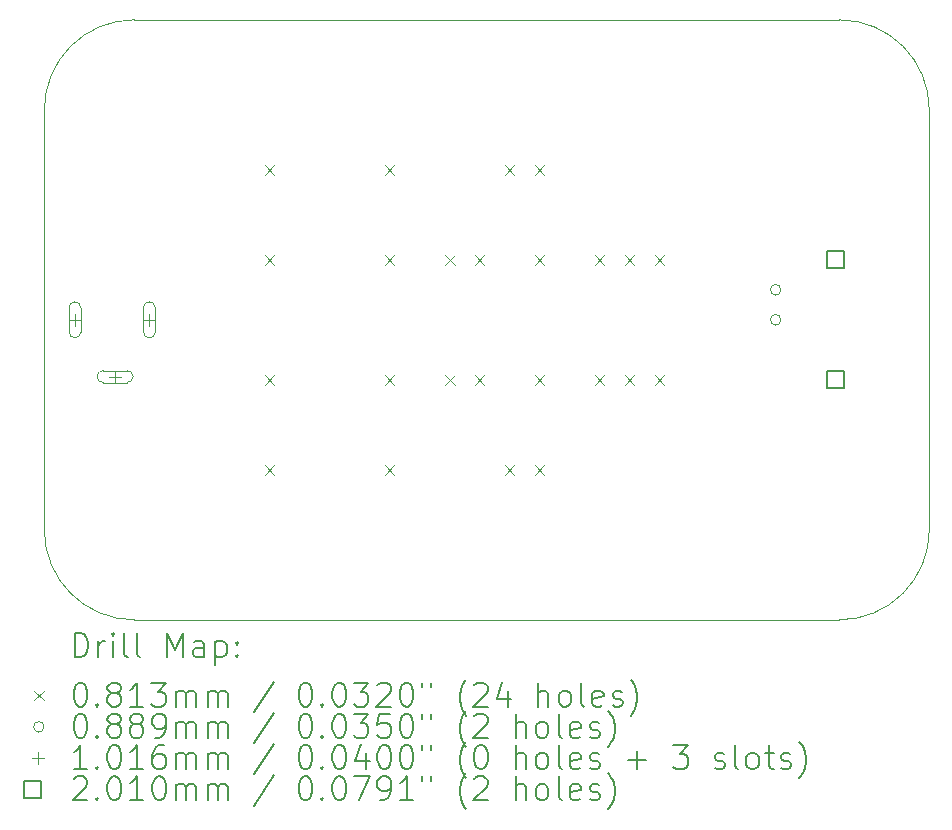
<source format=gbr>
%TF.GenerationSoftware,KiCad,Pcbnew,9.0.6*%
%TF.CreationDate,2026-02-11T14:43:18-08:00*%
%TF.ProjectId,7L_LED_Flasher,374c5f4c-4544-45f4-966c-61736865722e,rev?*%
%TF.SameCoordinates,Original*%
%TF.FileFunction,Drillmap*%
%TF.FilePolarity,Positive*%
%FSLAX45Y45*%
G04 Gerber Fmt 4.5, Leading zero omitted, Abs format (unit mm)*
G04 Created by KiCad (PCBNEW 9.0.6) date 2026-02-11 14:43:18*
%MOMM*%
%LPD*%
G01*
G04 APERTURE LIST*
%ADD10C,0.050000*%
%ADD11C,0.200000*%
%ADD12C,0.100000*%
%ADD13C,0.101600*%
%ADD14C,0.201000*%
G04 APERTURE END LIST*
D10*
X4953000Y-6858000D02*
X4953000Y-3302000D01*
X5715000Y-7620000D02*
G75*
G02*
X4953000Y-6858000I0J762000D01*
G01*
X5715000Y-2540000D02*
X11684000Y-2540000D01*
X11684000Y-7620000D02*
X5715000Y-7620000D01*
X12446000Y-6858000D02*
G75*
G02*
X11684000Y-7620000I-762000J0D01*
G01*
X12446000Y-3302000D02*
X12446000Y-6858000D01*
X11684000Y-2540000D02*
G75*
G02*
X12446000Y-3302000I0J-762000D01*
G01*
X4953000Y-3302000D02*
G75*
G02*
X5715000Y-2540000I762000J0D01*
G01*
D11*
D12*
X6817360Y-3769360D02*
X6898640Y-3850640D01*
X6898640Y-3769360D02*
X6817360Y-3850640D01*
X6817360Y-4531360D02*
X6898640Y-4612640D01*
X6898640Y-4531360D02*
X6817360Y-4612640D01*
X6817360Y-5547360D02*
X6898640Y-5628640D01*
X6898640Y-5547360D02*
X6817360Y-5628640D01*
X6817360Y-6309360D02*
X6898640Y-6390640D01*
X6898640Y-6309360D02*
X6817360Y-6390640D01*
X7833360Y-3769360D02*
X7914640Y-3850640D01*
X7914640Y-3769360D02*
X7833360Y-3850640D01*
X7833360Y-4531360D02*
X7914640Y-4612640D01*
X7914640Y-4531360D02*
X7833360Y-4612640D01*
X7833360Y-5547360D02*
X7914640Y-5628640D01*
X7914640Y-5547360D02*
X7833360Y-5628640D01*
X7833360Y-6309360D02*
X7914640Y-6390640D01*
X7914640Y-6309360D02*
X7833360Y-6390640D01*
X8345360Y-4535360D02*
X8426640Y-4616640D01*
X8426640Y-4535360D02*
X8345360Y-4616640D01*
X8345360Y-5547360D02*
X8426640Y-5628640D01*
X8426640Y-5547360D02*
X8345360Y-5628640D01*
X8595360Y-4535360D02*
X8676640Y-4616640D01*
X8676640Y-4535360D02*
X8595360Y-4616640D01*
X8595360Y-5547360D02*
X8676640Y-5628640D01*
X8676640Y-5547360D02*
X8595360Y-5628640D01*
X8849360Y-3769360D02*
X8930640Y-3850640D01*
X8930640Y-3769360D02*
X8849360Y-3850640D01*
X8849360Y-6309360D02*
X8930640Y-6390640D01*
X8930640Y-6309360D02*
X8849360Y-6390640D01*
X9103360Y-3769360D02*
X9184640Y-3850640D01*
X9184640Y-3769360D02*
X9103360Y-3850640D01*
X9103360Y-4531360D02*
X9184640Y-4612640D01*
X9184640Y-4531360D02*
X9103360Y-4612640D01*
X9103360Y-5547360D02*
X9184640Y-5628640D01*
X9184640Y-5547360D02*
X9103360Y-5628640D01*
X9103360Y-6309360D02*
X9184640Y-6390640D01*
X9184640Y-6309360D02*
X9103360Y-6390640D01*
X9611360Y-4531360D02*
X9692640Y-4612640D01*
X9692640Y-4531360D02*
X9611360Y-4612640D01*
X9611360Y-5547360D02*
X9692640Y-5628640D01*
X9692640Y-5547360D02*
X9611360Y-5628640D01*
X9865360Y-4531360D02*
X9946640Y-4612640D01*
X9946640Y-4531360D02*
X9865360Y-4612640D01*
X9865360Y-5547360D02*
X9946640Y-5628640D01*
X9946640Y-5547360D02*
X9865360Y-5628640D01*
X10119360Y-4531360D02*
X10200640Y-4612640D01*
X10200640Y-4531360D02*
X10119360Y-4612640D01*
X10119360Y-5547360D02*
X10200640Y-5628640D01*
X10200640Y-5547360D02*
X10119360Y-5628640D01*
X11189450Y-4826000D02*
G75*
G02*
X11100550Y-4826000I-44450J0D01*
G01*
X11100550Y-4826000D02*
G75*
G02*
X11189450Y-4826000I44450J0D01*
G01*
X11189450Y-5080000D02*
G75*
G02*
X11100550Y-5080000I-44450J0D01*
G01*
X11100550Y-5080000D02*
G75*
G02*
X11189450Y-5080000I44450J0D01*
G01*
D13*
X5212000Y-5029200D02*
X5212000Y-5130800D01*
X5161200Y-5080000D02*
X5262800Y-5080000D01*
D12*
X5161200Y-4978400D02*
X5161200Y-5181600D01*
X5262800Y-5181600D02*
G75*
G02*
X5161200Y-5181600I-50800J0D01*
G01*
X5262800Y-5181600D02*
X5262800Y-4978400D01*
X5262800Y-4978400D02*
G75*
G03*
X5161200Y-4978400I-50800J0D01*
G01*
D13*
X5552000Y-5509200D02*
X5552000Y-5610800D01*
X5501200Y-5560000D02*
X5602800Y-5560000D01*
D12*
X5653600Y-5509200D02*
X5450400Y-5509200D01*
X5450400Y-5610800D02*
G75*
G02*
X5450400Y-5509200I0J50800D01*
G01*
X5450400Y-5610800D02*
X5653600Y-5610800D01*
X5653600Y-5610800D02*
G75*
G03*
X5653600Y-5509200I0J50800D01*
G01*
D13*
X5842000Y-5029200D02*
X5842000Y-5130800D01*
X5791200Y-5080000D02*
X5892800Y-5080000D01*
D12*
X5791200Y-4978400D02*
X5791200Y-5181600D01*
X5892800Y-5181600D02*
G75*
G02*
X5791200Y-5181600I-50800J0D01*
G01*
X5892800Y-5181600D02*
X5892800Y-4978400D01*
X5892800Y-4978400D02*
G75*
G03*
X5791200Y-4978400I-50800J0D01*
G01*
D14*
X11724065Y-4643065D02*
X11724065Y-4500935D01*
X11581935Y-4500935D01*
X11581935Y-4643065D01*
X11724065Y-4643065D01*
X11724065Y-5659065D02*
X11724065Y-5516935D01*
X11581935Y-5516935D01*
X11581935Y-5659065D01*
X11724065Y-5659065D01*
D11*
X5211277Y-7933984D02*
X5211277Y-7733984D01*
X5211277Y-7733984D02*
X5258896Y-7733984D01*
X5258896Y-7733984D02*
X5287467Y-7743508D01*
X5287467Y-7743508D02*
X5306515Y-7762555D01*
X5306515Y-7762555D02*
X5316039Y-7781603D01*
X5316039Y-7781603D02*
X5325563Y-7819698D01*
X5325563Y-7819698D02*
X5325563Y-7848269D01*
X5325563Y-7848269D02*
X5316039Y-7886365D01*
X5316039Y-7886365D02*
X5306515Y-7905412D01*
X5306515Y-7905412D02*
X5287467Y-7924460D01*
X5287467Y-7924460D02*
X5258896Y-7933984D01*
X5258896Y-7933984D02*
X5211277Y-7933984D01*
X5411277Y-7933984D02*
X5411277Y-7800650D01*
X5411277Y-7838746D02*
X5420801Y-7819698D01*
X5420801Y-7819698D02*
X5430324Y-7810174D01*
X5430324Y-7810174D02*
X5449372Y-7800650D01*
X5449372Y-7800650D02*
X5468420Y-7800650D01*
X5535086Y-7933984D02*
X5535086Y-7800650D01*
X5535086Y-7733984D02*
X5525563Y-7743508D01*
X5525563Y-7743508D02*
X5535086Y-7753031D01*
X5535086Y-7753031D02*
X5544610Y-7743508D01*
X5544610Y-7743508D02*
X5535086Y-7733984D01*
X5535086Y-7733984D02*
X5535086Y-7753031D01*
X5658896Y-7933984D02*
X5639848Y-7924460D01*
X5639848Y-7924460D02*
X5630324Y-7905412D01*
X5630324Y-7905412D02*
X5630324Y-7733984D01*
X5763658Y-7933984D02*
X5744610Y-7924460D01*
X5744610Y-7924460D02*
X5735086Y-7905412D01*
X5735086Y-7905412D02*
X5735086Y-7733984D01*
X5992229Y-7933984D02*
X5992229Y-7733984D01*
X5992229Y-7733984D02*
X6058896Y-7876841D01*
X6058896Y-7876841D02*
X6125562Y-7733984D01*
X6125562Y-7733984D02*
X6125562Y-7933984D01*
X6306515Y-7933984D02*
X6306515Y-7829222D01*
X6306515Y-7829222D02*
X6296991Y-7810174D01*
X6296991Y-7810174D02*
X6277943Y-7800650D01*
X6277943Y-7800650D02*
X6239848Y-7800650D01*
X6239848Y-7800650D02*
X6220801Y-7810174D01*
X6306515Y-7924460D02*
X6287467Y-7933984D01*
X6287467Y-7933984D02*
X6239848Y-7933984D01*
X6239848Y-7933984D02*
X6220801Y-7924460D01*
X6220801Y-7924460D02*
X6211277Y-7905412D01*
X6211277Y-7905412D02*
X6211277Y-7886365D01*
X6211277Y-7886365D02*
X6220801Y-7867317D01*
X6220801Y-7867317D02*
X6239848Y-7857793D01*
X6239848Y-7857793D02*
X6287467Y-7857793D01*
X6287467Y-7857793D02*
X6306515Y-7848269D01*
X6401753Y-7800650D02*
X6401753Y-8000650D01*
X6401753Y-7810174D02*
X6420801Y-7800650D01*
X6420801Y-7800650D02*
X6458896Y-7800650D01*
X6458896Y-7800650D02*
X6477943Y-7810174D01*
X6477943Y-7810174D02*
X6487467Y-7819698D01*
X6487467Y-7819698D02*
X6496991Y-7838746D01*
X6496991Y-7838746D02*
X6496991Y-7895888D01*
X6496991Y-7895888D02*
X6487467Y-7914936D01*
X6487467Y-7914936D02*
X6477943Y-7924460D01*
X6477943Y-7924460D02*
X6458896Y-7933984D01*
X6458896Y-7933984D02*
X6420801Y-7933984D01*
X6420801Y-7933984D02*
X6401753Y-7924460D01*
X6582705Y-7914936D02*
X6592229Y-7924460D01*
X6592229Y-7924460D02*
X6582705Y-7933984D01*
X6582705Y-7933984D02*
X6573182Y-7924460D01*
X6573182Y-7924460D02*
X6582705Y-7914936D01*
X6582705Y-7914936D02*
X6582705Y-7933984D01*
X6582705Y-7810174D02*
X6592229Y-7819698D01*
X6592229Y-7819698D02*
X6582705Y-7829222D01*
X6582705Y-7829222D02*
X6573182Y-7819698D01*
X6573182Y-7819698D02*
X6582705Y-7810174D01*
X6582705Y-7810174D02*
X6582705Y-7829222D01*
D12*
X4869220Y-8221860D02*
X4950500Y-8303140D01*
X4950500Y-8221860D02*
X4869220Y-8303140D01*
D11*
X5249372Y-8153984D02*
X5268420Y-8153984D01*
X5268420Y-8153984D02*
X5287467Y-8163508D01*
X5287467Y-8163508D02*
X5296991Y-8173031D01*
X5296991Y-8173031D02*
X5306515Y-8192079D01*
X5306515Y-8192079D02*
X5316039Y-8230174D01*
X5316039Y-8230174D02*
X5316039Y-8277793D01*
X5316039Y-8277793D02*
X5306515Y-8315888D01*
X5306515Y-8315888D02*
X5296991Y-8334936D01*
X5296991Y-8334936D02*
X5287467Y-8344460D01*
X5287467Y-8344460D02*
X5268420Y-8353984D01*
X5268420Y-8353984D02*
X5249372Y-8353984D01*
X5249372Y-8353984D02*
X5230324Y-8344460D01*
X5230324Y-8344460D02*
X5220801Y-8334936D01*
X5220801Y-8334936D02*
X5211277Y-8315888D01*
X5211277Y-8315888D02*
X5201753Y-8277793D01*
X5201753Y-8277793D02*
X5201753Y-8230174D01*
X5201753Y-8230174D02*
X5211277Y-8192079D01*
X5211277Y-8192079D02*
X5220801Y-8173031D01*
X5220801Y-8173031D02*
X5230324Y-8163508D01*
X5230324Y-8163508D02*
X5249372Y-8153984D01*
X5401753Y-8334936D02*
X5411277Y-8344460D01*
X5411277Y-8344460D02*
X5401753Y-8353984D01*
X5401753Y-8353984D02*
X5392229Y-8344460D01*
X5392229Y-8344460D02*
X5401753Y-8334936D01*
X5401753Y-8334936D02*
X5401753Y-8353984D01*
X5525563Y-8239698D02*
X5506515Y-8230174D01*
X5506515Y-8230174D02*
X5496991Y-8220650D01*
X5496991Y-8220650D02*
X5487467Y-8201603D01*
X5487467Y-8201603D02*
X5487467Y-8192079D01*
X5487467Y-8192079D02*
X5496991Y-8173031D01*
X5496991Y-8173031D02*
X5506515Y-8163508D01*
X5506515Y-8163508D02*
X5525563Y-8153984D01*
X5525563Y-8153984D02*
X5563658Y-8153984D01*
X5563658Y-8153984D02*
X5582705Y-8163508D01*
X5582705Y-8163508D02*
X5592229Y-8173031D01*
X5592229Y-8173031D02*
X5601753Y-8192079D01*
X5601753Y-8192079D02*
X5601753Y-8201603D01*
X5601753Y-8201603D02*
X5592229Y-8220650D01*
X5592229Y-8220650D02*
X5582705Y-8230174D01*
X5582705Y-8230174D02*
X5563658Y-8239698D01*
X5563658Y-8239698D02*
X5525563Y-8239698D01*
X5525563Y-8239698D02*
X5506515Y-8249222D01*
X5506515Y-8249222D02*
X5496991Y-8258746D01*
X5496991Y-8258746D02*
X5487467Y-8277793D01*
X5487467Y-8277793D02*
X5487467Y-8315888D01*
X5487467Y-8315888D02*
X5496991Y-8334936D01*
X5496991Y-8334936D02*
X5506515Y-8344460D01*
X5506515Y-8344460D02*
X5525563Y-8353984D01*
X5525563Y-8353984D02*
X5563658Y-8353984D01*
X5563658Y-8353984D02*
X5582705Y-8344460D01*
X5582705Y-8344460D02*
X5592229Y-8334936D01*
X5592229Y-8334936D02*
X5601753Y-8315888D01*
X5601753Y-8315888D02*
X5601753Y-8277793D01*
X5601753Y-8277793D02*
X5592229Y-8258746D01*
X5592229Y-8258746D02*
X5582705Y-8249222D01*
X5582705Y-8249222D02*
X5563658Y-8239698D01*
X5792229Y-8353984D02*
X5677943Y-8353984D01*
X5735086Y-8353984D02*
X5735086Y-8153984D01*
X5735086Y-8153984D02*
X5716039Y-8182555D01*
X5716039Y-8182555D02*
X5696991Y-8201603D01*
X5696991Y-8201603D02*
X5677943Y-8211127D01*
X5858896Y-8153984D02*
X5982705Y-8153984D01*
X5982705Y-8153984D02*
X5916039Y-8230174D01*
X5916039Y-8230174D02*
X5944610Y-8230174D01*
X5944610Y-8230174D02*
X5963658Y-8239698D01*
X5963658Y-8239698D02*
X5973182Y-8249222D01*
X5973182Y-8249222D02*
X5982705Y-8268269D01*
X5982705Y-8268269D02*
X5982705Y-8315888D01*
X5982705Y-8315888D02*
X5973182Y-8334936D01*
X5973182Y-8334936D02*
X5963658Y-8344460D01*
X5963658Y-8344460D02*
X5944610Y-8353984D01*
X5944610Y-8353984D02*
X5887467Y-8353984D01*
X5887467Y-8353984D02*
X5868420Y-8344460D01*
X5868420Y-8344460D02*
X5858896Y-8334936D01*
X6068420Y-8353984D02*
X6068420Y-8220650D01*
X6068420Y-8239698D02*
X6077943Y-8230174D01*
X6077943Y-8230174D02*
X6096991Y-8220650D01*
X6096991Y-8220650D02*
X6125563Y-8220650D01*
X6125563Y-8220650D02*
X6144610Y-8230174D01*
X6144610Y-8230174D02*
X6154134Y-8249222D01*
X6154134Y-8249222D02*
X6154134Y-8353984D01*
X6154134Y-8249222D02*
X6163658Y-8230174D01*
X6163658Y-8230174D02*
X6182705Y-8220650D01*
X6182705Y-8220650D02*
X6211277Y-8220650D01*
X6211277Y-8220650D02*
X6230324Y-8230174D01*
X6230324Y-8230174D02*
X6239848Y-8249222D01*
X6239848Y-8249222D02*
X6239848Y-8353984D01*
X6335086Y-8353984D02*
X6335086Y-8220650D01*
X6335086Y-8239698D02*
X6344610Y-8230174D01*
X6344610Y-8230174D02*
X6363658Y-8220650D01*
X6363658Y-8220650D02*
X6392229Y-8220650D01*
X6392229Y-8220650D02*
X6411277Y-8230174D01*
X6411277Y-8230174D02*
X6420801Y-8249222D01*
X6420801Y-8249222D02*
X6420801Y-8353984D01*
X6420801Y-8249222D02*
X6430324Y-8230174D01*
X6430324Y-8230174D02*
X6449372Y-8220650D01*
X6449372Y-8220650D02*
X6477943Y-8220650D01*
X6477943Y-8220650D02*
X6496991Y-8230174D01*
X6496991Y-8230174D02*
X6506515Y-8249222D01*
X6506515Y-8249222D02*
X6506515Y-8353984D01*
X6896991Y-8144460D02*
X6725563Y-8401603D01*
X7154134Y-8153984D02*
X7173182Y-8153984D01*
X7173182Y-8153984D02*
X7192229Y-8163508D01*
X7192229Y-8163508D02*
X7201753Y-8173031D01*
X7201753Y-8173031D02*
X7211277Y-8192079D01*
X7211277Y-8192079D02*
X7220801Y-8230174D01*
X7220801Y-8230174D02*
X7220801Y-8277793D01*
X7220801Y-8277793D02*
X7211277Y-8315888D01*
X7211277Y-8315888D02*
X7201753Y-8334936D01*
X7201753Y-8334936D02*
X7192229Y-8344460D01*
X7192229Y-8344460D02*
X7173182Y-8353984D01*
X7173182Y-8353984D02*
X7154134Y-8353984D01*
X7154134Y-8353984D02*
X7135086Y-8344460D01*
X7135086Y-8344460D02*
X7125563Y-8334936D01*
X7125563Y-8334936D02*
X7116039Y-8315888D01*
X7116039Y-8315888D02*
X7106515Y-8277793D01*
X7106515Y-8277793D02*
X7106515Y-8230174D01*
X7106515Y-8230174D02*
X7116039Y-8192079D01*
X7116039Y-8192079D02*
X7125563Y-8173031D01*
X7125563Y-8173031D02*
X7135086Y-8163508D01*
X7135086Y-8163508D02*
X7154134Y-8153984D01*
X7306515Y-8334936D02*
X7316039Y-8344460D01*
X7316039Y-8344460D02*
X7306515Y-8353984D01*
X7306515Y-8353984D02*
X7296991Y-8344460D01*
X7296991Y-8344460D02*
X7306515Y-8334936D01*
X7306515Y-8334936D02*
X7306515Y-8353984D01*
X7439848Y-8153984D02*
X7458896Y-8153984D01*
X7458896Y-8153984D02*
X7477944Y-8163508D01*
X7477944Y-8163508D02*
X7487467Y-8173031D01*
X7487467Y-8173031D02*
X7496991Y-8192079D01*
X7496991Y-8192079D02*
X7506515Y-8230174D01*
X7506515Y-8230174D02*
X7506515Y-8277793D01*
X7506515Y-8277793D02*
X7496991Y-8315888D01*
X7496991Y-8315888D02*
X7487467Y-8334936D01*
X7487467Y-8334936D02*
X7477944Y-8344460D01*
X7477944Y-8344460D02*
X7458896Y-8353984D01*
X7458896Y-8353984D02*
X7439848Y-8353984D01*
X7439848Y-8353984D02*
X7420801Y-8344460D01*
X7420801Y-8344460D02*
X7411277Y-8334936D01*
X7411277Y-8334936D02*
X7401753Y-8315888D01*
X7401753Y-8315888D02*
X7392229Y-8277793D01*
X7392229Y-8277793D02*
X7392229Y-8230174D01*
X7392229Y-8230174D02*
X7401753Y-8192079D01*
X7401753Y-8192079D02*
X7411277Y-8173031D01*
X7411277Y-8173031D02*
X7420801Y-8163508D01*
X7420801Y-8163508D02*
X7439848Y-8153984D01*
X7573182Y-8153984D02*
X7696991Y-8153984D01*
X7696991Y-8153984D02*
X7630325Y-8230174D01*
X7630325Y-8230174D02*
X7658896Y-8230174D01*
X7658896Y-8230174D02*
X7677944Y-8239698D01*
X7677944Y-8239698D02*
X7687467Y-8249222D01*
X7687467Y-8249222D02*
X7696991Y-8268269D01*
X7696991Y-8268269D02*
X7696991Y-8315888D01*
X7696991Y-8315888D02*
X7687467Y-8334936D01*
X7687467Y-8334936D02*
X7677944Y-8344460D01*
X7677944Y-8344460D02*
X7658896Y-8353984D01*
X7658896Y-8353984D02*
X7601753Y-8353984D01*
X7601753Y-8353984D02*
X7582706Y-8344460D01*
X7582706Y-8344460D02*
X7573182Y-8334936D01*
X7773182Y-8173031D02*
X7782706Y-8163508D01*
X7782706Y-8163508D02*
X7801753Y-8153984D01*
X7801753Y-8153984D02*
X7849372Y-8153984D01*
X7849372Y-8153984D02*
X7868420Y-8163508D01*
X7868420Y-8163508D02*
X7877944Y-8173031D01*
X7877944Y-8173031D02*
X7887467Y-8192079D01*
X7887467Y-8192079D02*
X7887467Y-8211127D01*
X7887467Y-8211127D02*
X7877944Y-8239698D01*
X7877944Y-8239698D02*
X7763658Y-8353984D01*
X7763658Y-8353984D02*
X7887467Y-8353984D01*
X8011277Y-8153984D02*
X8030325Y-8153984D01*
X8030325Y-8153984D02*
X8049372Y-8163508D01*
X8049372Y-8163508D02*
X8058896Y-8173031D01*
X8058896Y-8173031D02*
X8068420Y-8192079D01*
X8068420Y-8192079D02*
X8077944Y-8230174D01*
X8077944Y-8230174D02*
X8077944Y-8277793D01*
X8077944Y-8277793D02*
X8068420Y-8315888D01*
X8068420Y-8315888D02*
X8058896Y-8334936D01*
X8058896Y-8334936D02*
X8049372Y-8344460D01*
X8049372Y-8344460D02*
X8030325Y-8353984D01*
X8030325Y-8353984D02*
X8011277Y-8353984D01*
X8011277Y-8353984D02*
X7992229Y-8344460D01*
X7992229Y-8344460D02*
X7982706Y-8334936D01*
X7982706Y-8334936D02*
X7973182Y-8315888D01*
X7973182Y-8315888D02*
X7963658Y-8277793D01*
X7963658Y-8277793D02*
X7963658Y-8230174D01*
X7963658Y-8230174D02*
X7973182Y-8192079D01*
X7973182Y-8192079D02*
X7982706Y-8173031D01*
X7982706Y-8173031D02*
X7992229Y-8163508D01*
X7992229Y-8163508D02*
X8011277Y-8153984D01*
X8154134Y-8153984D02*
X8154134Y-8192079D01*
X8230325Y-8153984D02*
X8230325Y-8192079D01*
X8525563Y-8430174D02*
X8516039Y-8420650D01*
X8516039Y-8420650D02*
X8496991Y-8392079D01*
X8496991Y-8392079D02*
X8487468Y-8373031D01*
X8487468Y-8373031D02*
X8477944Y-8344460D01*
X8477944Y-8344460D02*
X8468420Y-8296841D01*
X8468420Y-8296841D02*
X8468420Y-8258746D01*
X8468420Y-8258746D02*
X8477944Y-8211127D01*
X8477944Y-8211127D02*
X8487468Y-8182555D01*
X8487468Y-8182555D02*
X8496991Y-8163508D01*
X8496991Y-8163508D02*
X8516039Y-8134936D01*
X8516039Y-8134936D02*
X8525563Y-8125412D01*
X8592230Y-8173031D02*
X8601753Y-8163508D01*
X8601753Y-8163508D02*
X8620801Y-8153984D01*
X8620801Y-8153984D02*
X8668420Y-8153984D01*
X8668420Y-8153984D02*
X8687468Y-8163508D01*
X8687468Y-8163508D02*
X8696991Y-8173031D01*
X8696991Y-8173031D02*
X8706515Y-8192079D01*
X8706515Y-8192079D02*
X8706515Y-8211127D01*
X8706515Y-8211127D02*
X8696991Y-8239698D01*
X8696991Y-8239698D02*
X8582706Y-8353984D01*
X8582706Y-8353984D02*
X8706515Y-8353984D01*
X8877944Y-8220650D02*
X8877944Y-8353984D01*
X8830325Y-8144460D02*
X8782706Y-8287317D01*
X8782706Y-8287317D02*
X8906515Y-8287317D01*
X9135087Y-8353984D02*
X9135087Y-8153984D01*
X9220801Y-8353984D02*
X9220801Y-8249222D01*
X9220801Y-8249222D02*
X9211277Y-8230174D01*
X9211277Y-8230174D02*
X9192230Y-8220650D01*
X9192230Y-8220650D02*
X9163658Y-8220650D01*
X9163658Y-8220650D02*
X9144611Y-8230174D01*
X9144611Y-8230174D02*
X9135087Y-8239698D01*
X9344611Y-8353984D02*
X9325563Y-8344460D01*
X9325563Y-8344460D02*
X9316039Y-8334936D01*
X9316039Y-8334936D02*
X9306515Y-8315888D01*
X9306515Y-8315888D02*
X9306515Y-8258746D01*
X9306515Y-8258746D02*
X9316039Y-8239698D01*
X9316039Y-8239698D02*
X9325563Y-8230174D01*
X9325563Y-8230174D02*
X9344611Y-8220650D01*
X9344611Y-8220650D02*
X9373182Y-8220650D01*
X9373182Y-8220650D02*
X9392230Y-8230174D01*
X9392230Y-8230174D02*
X9401753Y-8239698D01*
X9401753Y-8239698D02*
X9411277Y-8258746D01*
X9411277Y-8258746D02*
X9411277Y-8315888D01*
X9411277Y-8315888D02*
X9401753Y-8334936D01*
X9401753Y-8334936D02*
X9392230Y-8344460D01*
X9392230Y-8344460D02*
X9373182Y-8353984D01*
X9373182Y-8353984D02*
X9344611Y-8353984D01*
X9525563Y-8353984D02*
X9506515Y-8344460D01*
X9506515Y-8344460D02*
X9496992Y-8325412D01*
X9496992Y-8325412D02*
X9496992Y-8153984D01*
X9677944Y-8344460D02*
X9658896Y-8353984D01*
X9658896Y-8353984D02*
X9620801Y-8353984D01*
X9620801Y-8353984D02*
X9601753Y-8344460D01*
X9601753Y-8344460D02*
X9592230Y-8325412D01*
X9592230Y-8325412D02*
X9592230Y-8249222D01*
X9592230Y-8249222D02*
X9601753Y-8230174D01*
X9601753Y-8230174D02*
X9620801Y-8220650D01*
X9620801Y-8220650D02*
X9658896Y-8220650D01*
X9658896Y-8220650D02*
X9677944Y-8230174D01*
X9677944Y-8230174D02*
X9687468Y-8249222D01*
X9687468Y-8249222D02*
X9687468Y-8268269D01*
X9687468Y-8268269D02*
X9592230Y-8287317D01*
X9763658Y-8344460D02*
X9782706Y-8353984D01*
X9782706Y-8353984D02*
X9820801Y-8353984D01*
X9820801Y-8353984D02*
X9839849Y-8344460D01*
X9839849Y-8344460D02*
X9849373Y-8325412D01*
X9849373Y-8325412D02*
X9849373Y-8315888D01*
X9849373Y-8315888D02*
X9839849Y-8296841D01*
X9839849Y-8296841D02*
X9820801Y-8287317D01*
X9820801Y-8287317D02*
X9792230Y-8287317D01*
X9792230Y-8287317D02*
X9773182Y-8277793D01*
X9773182Y-8277793D02*
X9763658Y-8258746D01*
X9763658Y-8258746D02*
X9763658Y-8249222D01*
X9763658Y-8249222D02*
X9773182Y-8230174D01*
X9773182Y-8230174D02*
X9792230Y-8220650D01*
X9792230Y-8220650D02*
X9820801Y-8220650D01*
X9820801Y-8220650D02*
X9839849Y-8230174D01*
X9916039Y-8430174D02*
X9925563Y-8420650D01*
X9925563Y-8420650D02*
X9944611Y-8392079D01*
X9944611Y-8392079D02*
X9954134Y-8373031D01*
X9954134Y-8373031D02*
X9963658Y-8344460D01*
X9963658Y-8344460D02*
X9973182Y-8296841D01*
X9973182Y-8296841D02*
X9973182Y-8258746D01*
X9973182Y-8258746D02*
X9963658Y-8211127D01*
X9963658Y-8211127D02*
X9954134Y-8182555D01*
X9954134Y-8182555D02*
X9944611Y-8163508D01*
X9944611Y-8163508D02*
X9925563Y-8134936D01*
X9925563Y-8134936D02*
X9916039Y-8125412D01*
D12*
X4950500Y-8526500D02*
G75*
G02*
X4861600Y-8526500I-44450J0D01*
G01*
X4861600Y-8526500D02*
G75*
G02*
X4950500Y-8526500I44450J0D01*
G01*
D11*
X5249372Y-8417984D02*
X5268420Y-8417984D01*
X5268420Y-8417984D02*
X5287467Y-8427508D01*
X5287467Y-8427508D02*
X5296991Y-8437031D01*
X5296991Y-8437031D02*
X5306515Y-8456079D01*
X5306515Y-8456079D02*
X5316039Y-8494174D01*
X5316039Y-8494174D02*
X5316039Y-8541793D01*
X5316039Y-8541793D02*
X5306515Y-8579889D01*
X5306515Y-8579889D02*
X5296991Y-8598936D01*
X5296991Y-8598936D02*
X5287467Y-8608460D01*
X5287467Y-8608460D02*
X5268420Y-8617984D01*
X5268420Y-8617984D02*
X5249372Y-8617984D01*
X5249372Y-8617984D02*
X5230324Y-8608460D01*
X5230324Y-8608460D02*
X5220801Y-8598936D01*
X5220801Y-8598936D02*
X5211277Y-8579889D01*
X5211277Y-8579889D02*
X5201753Y-8541793D01*
X5201753Y-8541793D02*
X5201753Y-8494174D01*
X5201753Y-8494174D02*
X5211277Y-8456079D01*
X5211277Y-8456079D02*
X5220801Y-8437031D01*
X5220801Y-8437031D02*
X5230324Y-8427508D01*
X5230324Y-8427508D02*
X5249372Y-8417984D01*
X5401753Y-8598936D02*
X5411277Y-8608460D01*
X5411277Y-8608460D02*
X5401753Y-8617984D01*
X5401753Y-8617984D02*
X5392229Y-8608460D01*
X5392229Y-8608460D02*
X5401753Y-8598936D01*
X5401753Y-8598936D02*
X5401753Y-8617984D01*
X5525563Y-8503698D02*
X5506515Y-8494174D01*
X5506515Y-8494174D02*
X5496991Y-8484650D01*
X5496991Y-8484650D02*
X5487467Y-8465603D01*
X5487467Y-8465603D02*
X5487467Y-8456079D01*
X5487467Y-8456079D02*
X5496991Y-8437031D01*
X5496991Y-8437031D02*
X5506515Y-8427508D01*
X5506515Y-8427508D02*
X5525563Y-8417984D01*
X5525563Y-8417984D02*
X5563658Y-8417984D01*
X5563658Y-8417984D02*
X5582705Y-8427508D01*
X5582705Y-8427508D02*
X5592229Y-8437031D01*
X5592229Y-8437031D02*
X5601753Y-8456079D01*
X5601753Y-8456079D02*
X5601753Y-8465603D01*
X5601753Y-8465603D02*
X5592229Y-8484650D01*
X5592229Y-8484650D02*
X5582705Y-8494174D01*
X5582705Y-8494174D02*
X5563658Y-8503698D01*
X5563658Y-8503698D02*
X5525563Y-8503698D01*
X5525563Y-8503698D02*
X5506515Y-8513222D01*
X5506515Y-8513222D02*
X5496991Y-8522746D01*
X5496991Y-8522746D02*
X5487467Y-8541793D01*
X5487467Y-8541793D02*
X5487467Y-8579889D01*
X5487467Y-8579889D02*
X5496991Y-8598936D01*
X5496991Y-8598936D02*
X5506515Y-8608460D01*
X5506515Y-8608460D02*
X5525563Y-8617984D01*
X5525563Y-8617984D02*
X5563658Y-8617984D01*
X5563658Y-8617984D02*
X5582705Y-8608460D01*
X5582705Y-8608460D02*
X5592229Y-8598936D01*
X5592229Y-8598936D02*
X5601753Y-8579889D01*
X5601753Y-8579889D02*
X5601753Y-8541793D01*
X5601753Y-8541793D02*
X5592229Y-8522746D01*
X5592229Y-8522746D02*
X5582705Y-8513222D01*
X5582705Y-8513222D02*
X5563658Y-8503698D01*
X5716039Y-8503698D02*
X5696991Y-8494174D01*
X5696991Y-8494174D02*
X5687467Y-8484650D01*
X5687467Y-8484650D02*
X5677943Y-8465603D01*
X5677943Y-8465603D02*
X5677943Y-8456079D01*
X5677943Y-8456079D02*
X5687467Y-8437031D01*
X5687467Y-8437031D02*
X5696991Y-8427508D01*
X5696991Y-8427508D02*
X5716039Y-8417984D01*
X5716039Y-8417984D02*
X5754134Y-8417984D01*
X5754134Y-8417984D02*
X5773182Y-8427508D01*
X5773182Y-8427508D02*
X5782705Y-8437031D01*
X5782705Y-8437031D02*
X5792229Y-8456079D01*
X5792229Y-8456079D02*
X5792229Y-8465603D01*
X5792229Y-8465603D02*
X5782705Y-8484650D01*
X5782705Y-8484650D02*
X5773182Y-8494174D01*
X5773182Y-8494174D02*
X5754134Y-8503698D01*
X5754134Y-8503698D02*
X5716039Y-8503698D01*
X5716039Y-8503698D02*
X5696991Y-8513222D01*
X5696991Y-8513222D02*
X5687467Y-8522746D01*
X5687467Y-8522746D02*
X5677943Y-8541793D01*
X5677943Y-8541793D02*
X5677943Y-8579889D01*
X5677943Y-8579889D02*
X5687467Y-8598936D01*
X5687467Y-8598936D02*
X5696991Y-8608460D01*
X5696991Y-8608460D02*
X5716039Y-8617984D01*
X5716039Y-8617984D02*
X5754134Y-8617984D01*
X5754134Y-8617984D02*
X5773182Y-8608460D01*
X5773182Y-8608460D02*
X5782705Y-8598936D01*
X5782705Y-8598936D02*
X5792229Y-8579889D01*
X5792229Y-8579889D02*
X5792229Y-8541793D01*
X5792229Y-8541793D02*
X5782705Y-8522746D01*
X5782705Y-8522746D02*
X5773182Y-8513222D01*
X5773182Y-8513222D02*
X5754134Y-8503698D01*
X5887467Y-8617984D02*
X5925562Y-8617984D01*
X5925562Y-8617984D02*
X5944610Y-8608460D01*
X5944610Y-8608460D02*
X5954134Y-8598936D01*
X5954134Y-8598936D02*
X5973182Y-8570365D01*
X5973182Y-8570365D02*
X5982705Y-8532270D01*
X5982705Y-8532270D02*
X5982705Y-8456079D01*
X5982705Y-8456079D02*
X5973182Y-8437031D01*
X5973182Y-8437031D02*
X5963658Y-8427508D01*
X5963658Y-8427508D02*
X5944610Y-8417984D01*
X5944610Y-8417984D02*
X5906515Y-8417984D01*
X5906515Y-8417984D02*
X5887467Y-8427508D01*
X5887467Y-8427508D02*
X5877943Y-8437031D01*
X5877943Y-8437031D02*
X5868420Y-8456079D01*
X5868420Y-8456079D02*
X5868420Y-8503698D01*
X5868420Y-8503698D02*
X5877943Y-8522746D01*
X5877943Y-8522746D02*
X5887467Y-8532270D01*
X5887467Y-8532270D02*
X5906515Y-8541793D01*
X5906515Y-8541793D02*
X5944610Y-8541793D01*
X5944610Y-8541793D02*
X5963658Y-8532270D01*
X5963658Y-8532270D02*
X5973182Y-8522746D01*
X5973182Y-8522746D02*
X5982705Y-8503698D01*
X6068420Y-8617984D02*
X6068420Y-8484650D01*
X6068420Y-8503698D02*
X6077943Y-8494174D01*
X6077943Y-8494174D02*
X6096991Y-8484650D01*
X6096991Y-8484650D02*
X6125563Y-8484650D01*
X6125563Y-8484650D02*
X6144610Y-8494174D01*
X6144610Y-8494174D02*
X6154134Y-8513222D01*
X6154134Y-8513222D02*
X6154134Y-8617984D01*
X6154134Y-8513222D02*
X6163658Y-8494174D01*
X6163658Y-8494174D02*
X6182705Y-8484650D01*
X6182705Y-8484650D02*
X6211277Y-8484650D01*
X6211277Y-8484650D02*
X6230324Y-8494174D01*
X6230324Y-8494174D02*
X6239848Y-8513222D01*
X6239848Y-8513222D02*
X6239848Y-8617984D01*
X6335086Y-8617984D02*
X6335086Y-8484650D01*
X6335086Y-8503698D02*
X6344610Y-8494174D01*
X6344610Y-8494174D02*
X6363658Y-8484650D01*
X6363658Y-8484650D02*
X6392229Y-8484650D01*
X6392229Y-8484650D02*
X6411277Y-8494174D01*
X6411277Y-8494174D02*
X6420801Y-8513222D01*
X6420801Y-8513222D02*
X6420801Y-8617984D01*
X6420801Y-8513222D02*
X6430324Y-8494174D01*
X6430324Y-8494174D02*
X6449372Y-8484650D01*
X6449372Y-8484650D02*
X6477943Y-8484650D01*
X6477943Y-8484650D02*
X6496991Y-8494174D01*
X6496991Y-8494174D02*
X6506515Y-8513222D01*
X6506515Y-8513222D02*
X6506515Y-8617984D01*
X6896991Y-8408460D02*
X6725563Y-8665603D01*
X7154134Y-8417984D02*
X7173182Y-8417984D01*
X7173182Y-8417984D02*
X7192229Y-8427508D01*
X7192229Y-8427508D02*
X7201753Y-8437031D01*
X7201753Y-8437031D02*
X7211277Y-8456079D01*
X7211277Y-8456079D02*
X7220801Y-8494174D01*
X7220801Y-8494174D02*
X7220801Y-8541793D01*
X7220801Y-8541793D02*
X7211277Y-8579889D01*
X7211277Y-8579889D02*
X7201753Y-8598936D01*
X7201753Y-8598936D02*
X7192229Y-8608460D01*
X7192229Y-8608460D02*
X7173182Y-8617984D01*
X7173182Y-8617984D02*
X7154134Y-8617984D01*
X7154134Y-8617984D02*
X7135086Y-8608460D01*
X7135086Y-8608460D02*
X7125563Y-8598936D01*
X7125563Y-8598936D02*
X7116039Y-8579889D01*
X7116039Y-8579889D02*
X7106515Y-8541793D01*
X7106515Y-8541793D02*
X7106515Y-8494174D01*
X7106515Y-8494174D02*
X7116039Y-8456079D01*
X7116039Y-8456079D02*
X7125563Y-8437031D01*
X7125563Y-8437031D02*
X7135086Y-8427508D01*
X7135086Y-8427508D02*
X7154134Y-8417984D01*
X7306515Y-8598936D02*
X7316039Y-8608460D01*
X7316039Y-8608460D02*
X7306515Y-8617984D01*
X7306515Y-8617984D02*
X7296991Y-8608460D01*
X7296991Y-8608460D02*
X7306515Y-8598936D01*
X7306515Y-8598936D02*
X7306515Y-8617984D01*
X7439848Y-8417984D02*
X7458896Y-8417984D01*
X7458896Y-8417984D02*
X7477944Y-8427508D01*
X7477944Y-8427508D02*
X7487467Y-8437031D01*
X7487467Y-8437031D02*
X7496991Y-8456079D01*
X7496991Y-8456079D02*
X7506515Y-8494174D01*
X7506515Y-8494174D02*
X7506515Y-8541793D01*
X7506515Y-8541793D02*
X7496991Y-8579889D01*
X7496991Y-8579889D02*
X7487467Y-8598936D01*
X7487467Y-8598936D02*
X7477944Y-8608460D01*
X7477944Y-8608460D02*
X7458896Y-8617984D01*
X7458896Y-8617984D02*
X7439848Y-8617984D01*
X7439848Y-8617984D02*
X7420801Y-8608460D01*
X7420801Y-8608460D02*
X7411277Y-8598936D01*
X7411277Y-8598936D02*
X7401753Y-8579889D01*
X7401753Y-8579889D02*
X7392229Y-8541793D01*
X7392229Y-8541793D02*
X7392229Y-8494174D01*
X7392229Y-8494174D02*
X7401753Y-8456079D01*
X7401753Y-8456079D02*
X7411277Y-8437031D01*
X7411277Y-8437031D02*
X7420801Y-8427508D01*
X7420801Y-8427508D02*
X7439848Y-8417984D01*
X7573182Y-8417984D02*
X7696991Y-8417984D01*
X7696991Y-8417984D02*
X7630325Y-8494174D01*
X7630325Y-8494174D02*
X7658896Y-8494174D01*
X7658896Y-8494174D02*
X7677944Y-8503698D01*
X7677944Y-8503698D02*
X7687467Y-8513222D01*
X7687467Y-8513222D02*
X7696991Y-8532270D01*
X7696991Y-8532270D02*
X7696991Y-8579889D01*
X7696991Y-8579889D02*
X7687467Y-8598936D01*
X7687467Y-8598936D02*
X7677944Y-8608460D01*
X7677944Y-8608460D02*
X7658896Y-8617984D01*
X7658896Y-8617984D02*
X7601753Y-8617984D01*
X7601753Y-8617984D02*
X7582706Y-8608460D01*
X7582706Y-8608460D02*
X7573182Y-8598936D01*
X7877944Y-8417984D02*
X7782706Y-8417984D01*
X7782706Y-8417984D02*
X7773182Y-8513222D01*
X7773182Y-8513222D02*
X7782706Y-8503698D01*
X7782706Y-8503698D02*
X7801753Y-8494174D01*
X7801753Y-8494174D02*
X7849372Y-8494174D01*
X7849372Y-8494174D02*
X7868420Y-8503698D01*
X7868420Y-8503698D02*
X7877944Y-8513222D01*
X7877944Y-8513222D02*
X7887467Y-8532270D01*
X7887467Y-8532270D02*
X7887467Y-8579889D01*
X7887467Y-8579889D02*
X7877944Y-8598936D01*
X7877944Y-8598936D02*
X7868420Y-8608460D01*
X7868420Y-8608460D02*
X7849372Y-8617984D01*
X7849372Y-8617984D02*
X7801753Y-8617984D01*
X7801753Y-8617984D02*
X7782706Y-8608460D01*
X7782706Y-8608460D02*
X7773182Y-8598936D01*
X8011277Y-8417984D02*
X8030325Y-8417984D01*
X8030325Y-8417984D02*
X8049372Y-8427508D01*
X8049372Y-8427508D02*
X8058896Y-8437031D01*
X8058896Y-8437031D02*
X8068420Y-8456079D01*
X8068420Y-8456079D02*
X8077944Y-8494174D01*
X8077944Y-8494174D02*
X8077944Y-8541793D01*
X8077944Y-8541793D02*
X8068420Y-8579889D01*
X8068420Y-8579889D02*
X8058896Y-8598936D01*
X8058896Y-8598936D02*
X8049372Y-8608460D01*
X8049372Y-8608460D02*
X8030325Y-8617984D01*
X8030325Y-8617984D02*
X8011277Y-8617984D01*
X8011277Y-8617984D02*
X7992229Y-8608460D01*
X7992229Y-8608460D02*
X7982706Y-8598936D01*
X7982706Y-8598936D02*
X7973182Y-8579889D01*
X7973182Y-8579889D02*
X7963658Y-8541793D01*
X7963658Y-8541793D02*
X7963658Y-8494174D01*
X7963658Y-8494174D02*
X7973182Y-8456079D01*
X7973182Y-8456079D02*
X7982706Y-8437031D01*
X7982706Y-8437031D02*
X7992229Y-8427508D01*
X7992229Y-8427508D02*
X8011277Y-8417984D01*
X8154134Y-8417984D02*
X8154134Y-8456079D01*
X8230325Y-8417984D02*
X8230325Y-8456079D01*
X8525563Y-8694174D02*
X8516039Y-8684650D01*
X8516039Y-8684650D02*
X8496991Y-8656079D01*
X8496991Y-8656079D02*
X8487468Y-8637031D01*
X8487468Y-8637031D02*
X8477944Y-8608460D01*
X8477944Y-8608460D02*
X8468420Y-8560841D01*
X8468420Y-8560841D02*
X8468420Y-8522746D01*
X8468420Y-8522746D02*
X8477944Y-8475127D01*
X8477944Y-8475127D02*
X8487468Y-8446555D01*
X8487468Y-8446555D02*
X8496991Y-8427508D01*
X8496991Y-8427508D02*
X8516039Y-8398936D01*
X8516039Y-8398936D02*
X8525563Y-8389412D01*
X8592230Y-8437031D02*
X8601753Y-8427508D01*
X8601753Y-8427508D02*
X8620801Y-8417984D01*
X8620801Y-8417984D02*
X8668420Y-8417984D01*
X8668420Y-8417984D02*
X8687468Y-8427508D01*
X8687468Y-8427508D02*
X8696991Y-8437031D01*
X8696991Y-8437031D02*
X8706515Y-8456079D01*
X8706515Y-8456079D02*
X8706515Y-8475127D01*
X8706515Y-8475127D02*
X8696991Y-8503698D01*
X8696991Y-8503698D02*
X8582706Y-8617984D01*
X8582706Y-8617984D02*
X8706515Y-8617984D01*
X8944611Y-8617984D02*
X8944611Y-8417984D01*
X9030325Y-8617984D02*
X9030325Y-8513222D01*
X9030325Y-8513222D02*
X9020801Y-8494174D01*
X9020801Y-8494174D02*
X9001753Y-8484650D01*
X9001753Y-8484650D02*
X8973182Y-8484650D01*
X8973182Y-8484650D02*
X8954134Y-8494174D01*
X8954134Y-8494174D02*
X8944611Y-8503698D01*
X9154134Y-8617984D02*
X9135087Y-8608460D01*
X9135087Y-8608460D02*
X9125563Y-8598936D01*
X9125563Y-8598936D02*
X9116039Y-8579889D01*
X9116039Y-8579889D02*
X9116039Y-8522746D01*
X9116039Y-8522746D02*
X9125563Y-8503698D01*
X9125563Y-8503698D02*
X9135087Y-8494174D01*
X9135087Y-8494174D02*
X9154134Y-8484650D01*
X9154134Y-8484650D02*
X9182706Y-8484650D01*
X9182706Y-8484650D02*
X9201753Y-8494174D01*
X9201753Y-8494174D02*
X9211277Y-8503698D01*
X9211277Y-8503698D02*
X9220801Y-8522746D01*
X9220801Y-8522746D02*
X9220801Y-8579889D01*
X9220801Y-8579889D02*
X9211277Y-8598936D01*
X9211277Y-8598936D02*
X9201753Y-8608460D01*
X9201753Y-8608460D02*
X9182706Y-8617984D01*
X9182706Y-8617984D02*
X9154134Y-8617984D01*
X9335087Y-8617984D02*
X9316039Y-8608460D01*
X9316039Y-8608460D02*
X9306515Y-8589412D01*
X9306515Y-8589412D02*
X9306515Y-8417984D01*
X9487468Y-8608460D02*
X9468420Y-8617984D01*
X9468420Y-8617984D02*
X9430325Y-8617984D01*
X9430325Y-8617984D02*
X9411277Y-8608460D01*
X9411277Y-8608460D02*
X9401753Y-8589412D01*
X9401753Y-8589412D02*
X9401753Y-8513222D01*
X9401753Y-8513222D02*
X9411277Y-8494174D01*
X9411277Y-8494174D02*
X9430325Y-8484650D01*
X9430325Y-8484650D02*
X9468420Y-8484650D01*
X9468420Y-8484650D02*
X9487468Y-8494174D01*
X9487468Y-8494174D02*
X9496992Y-8513222D01*
X9496992Y-8513222D02*
X9496992Y-8532270D01*
X9496992Y-8532270D02*
X9401753Y-8551317D01*
X9573182Y-8608460D02*
X9592230Y-8617984D01*
X9592230Y-8617984D02*
X9630325Y-8617984D01*
X9630325Y-8617984D02*
X9649373Y-8608460D01*
X9649373Y-8608460D02*
X9658896Y-8589412D01*
X9658896Y-8589412D02*
X9658896Y-8579889D01*
X9658896Y-8579889D02*
X9649373Y-8560841D01*
X9649373Y-8560841D02*
X9630325Y-8551317D01*
X9630325Y-8551317D02*
X9601753Y-8551317D01*
X9601753Y-8551317D02*
X9582706Y-8541793D01*
X9582706Y-8541793D02*
X9573182Y-8522746D01*
X9573182Y-8522746D02*
X9573182Y-8513222D01*
X9573182Y-8513222D02*
X9582706Y-8494174D01*
X9582706Y-8494174D02*
X9601753Y-8484650D01*
X9601753Y-8484650D02*
X9630325Y-8484650D01*
X9630325Y-8484650D02*
X9649373Y-8494174D01*
X9725563Y-8694174D02*
X9735087Y-8684650D01*
X9735087Y-8684650D02*
X9754134Y-8656079D01*
X9754134Y-8656079D02*
X9763658Y-8637031D01*
X9763658Y-8637031D02*
X9773182Y-8608460D01*
X9773182Y-8608460D02*
X9782706Y-8560841D01*
X9782706Y-8560841D02*
X9782706Y-8522746D01*
X9782706Y-8522746D02*
X9773182Y-8475127D01*
X9773182Y-8475127D02*
X9763658Y-8446555D01*
X9763658Y-8446555D02*
X9754134Y-8427508D01*
X9754134Y-8427508D02*
X9735087Y-8398936D01*
X9735087Y-8398936D02*
X9725563Y-8389412D01*
D13*
X4899700Y-8739700D02*
X4899700Y-8841300D01*
X4848900Y-8790500D02*
X4950500Y-8790500D01*
D11*
X5316039Y-8881984D02*
X5201753Y-8881984D01*
X5258896Y-8881984D02*
X5258896Y-8681984D01*
X5258896Y-8681984D02*
X5239848Y-8710555D01*
X5239848Y-8710555D02*
X5220801Y-8729603D01*
X5220801Y-8729603D02*
X5201753Y-8739127D01*
X5401753Y-8862936D02*
X5411277Y-8872460D01*
X5411277Y-8872460D02*
X5401753Y-8881984D01*
X5401753Y-8881984D02*
X5392229Y-8872460D01*
X5392229Y-8872460D02*
X5401753Y-8862936D01*
X5401753Y-8862936D02*
X5401753Y-8881984D01*
X5535086Y-8681984D02*
X5554134Y-8681984D01*
X5554134Y-8681984D02*
X5573182Y-8691508D01*
X5573182Y-8691508D02*
X5582705Y-8701031D01*
X5582705Y-8701031D02*
X5592229Y-8720079D01*
X5592229Y-8720079D02*
X5601753Y-8758174D01*
X5601753Y-8758174D02*
X5601753Y-8805793D01*
X5601753Y-8805793D02*
X5592229Y-8843889D01*
X5592229Y-8843889D02*
X5582705Y-8862936D01*
X5582705Y-8862936D02*
X5573182Y-8872460D01*
X5573182Y-8872460D02*
X5554134Y-8881984D01*
X5554134Y-8881984D02*
X5535086Y-8881984D01*
X5535086Y-8881984D02*
X5516039Y-8872460D01*
X5516039Y-8872460D02*
X5506515Y-8862936D01*
X5506515Y-8862936D02*
X5496991Y-8843889D01*
X5496991Y-8843889D02*
X5487467Y-8805793D01*
X5487467Y-8805793D02*
X5487467Y-8758174D01*
X5487467Y-8758174D02*
X5496991Y-8720079D01*
X5496991Y-8720079D02*
X5506515Y-8701031D01*
X5506515Y-8701031D02*
X5516039Y-8691508D01*
X5516039Y-8691508D02*
X5535086Y-8681984D01*
X5792229Y-8881984D02*
X5677943Y-8881984D01*
X5735086Y-8881984D02*
X5735086Y-8681984D01*
X5735086Y-8681984D02*
X5716039Y-8710555D01*
X5716039Y-8710555D02*
X5696991Y-8729603D01*
X5696991Y-8729603D02*
X5677943Y-8739127D01*
X5963658Y-8681984D02*
X5925562Y-8681984D01*
X5925562Y-8681984D02*
X5906515Y-8691508D01*
X5906515Y-8691508D02*
X5896991Y-8701031D01*
X5896991Y-8701031D02*
X5877943Y-8729603D01*
X5877943Y-8729603D02*
X5868420Y-8767698D01*
X5868420Y-8767698D02*
X5868420Y-8843889D01*
X5868420Y-8843889D02*
X5877943Y-8862936D01*
X5877943Y-8862936D02*
X5887467Y-8872460D01*
X5887467Y-8872460D02*
X5906515Y-8881984D01*
X5906515Y-8881984D02*
X5944610Y-8881984D01*
X5944610Y-8881984D02*
X5963658Y-8872460D01*
X5963658Y-8872460D02*
X5973182Y-8862936D01*
X5973182Y-8862936D02*
X5982705Y-8843889D01*
X5982705Y-8843889D02*
X5982705Y-8796270D01*
X5982705Y-8796270D02*
X5973182Y-8777222D01*
X5973182Y-8777222D02*
X5963658Y-8767698D01*
X5963658Y-8767698D02*
X5944610Y-8758174D01*
X5944610Y-8758174D02*
X5906515Y-8758174D01*
X5906515Y-8758174D02*
X5887467Y-8767698D01*
X5887467Y-8767698D02*
X5877943Y-8777222D01*
X5877943Y-8777222D02*
X5868420Y-8796270D01*
X6068420Y-8881984D02*
X6068420Y-8748650D01*
X6068420Y-8767698D02*
X6077943Y-8758174D01*
X6077943Y-8758174D02*
X6096991Y-8748650D01*
X6096991Y-8748650D02*
X6125563Y-8748650D01*
X6125563Y-8748650D02*
X6144610Y-8758174D01*
X6144610Y-8758174D02*
X6154134Y-8777222D01*
X6154134Y-8777222D02*
X6154134Y-8881984D01*
X6154134Y-8777222D02*
X6163658Y-8758174D01*
X6163658Y-8758174D02*
X6182705Y-8748650D01*
X6182705Y-8748650D02*
X6211277Y-8748650D01*
X6211277Y-8748650D02*
X6230324Y-8758174D01*
X6230324Y-8758174D02*
X6239848Y-8777222D01*
X6239848Y-8777222D02*
X6239848Y-8881984D01*
X6335086Y-8881984D02*
X6335086Y-8748650D01*
X6335086Y-8767698D02*
X6344610Y-8758174D01*
X6344610Y-8758174D02*
X6363658Y-8748650D01*
X6363658Y-8748650D02*
X6392229Y-8748650D01*
X6392229Y-8748650D02*
X6411277Y-8758174D01*
X6411277Y-8758174D02*
X6420801Y-8777222D01*
X6420801Y-8777222D02*
X6420801Y-8881984D01*
X6420801Y-8777222D02*
X6430324Y-8758174D01*
X6430324Y-8758174D02*
X6449372Y-8748650D01*
X6449372Y-8748650D02*
X6477943Y-8748650D01*
X6477943Y-8748650D02*
X6496991Y-8758174D01*
X6496991Y-8758174D02*
X6506515Y-8777222D01*
X6506515Y-8777222D02*
X6506515Y-8881984D01*
X6896991Y-8672460D02*
X6725563Y-8929603D01*
X7154134Y-8681984D02*
X7173182Y-8681984D01*
X7173182Y-8681984D02*
X7192229Y-8691508D01*
X7192229Y-8691508D02*
X7201753Y-8701031D01*
X7201753Y-8701031D02*
X7211277Y-8720079D01*
X7211277Y-8720079D02*
X7220801Y-8758174D01*
X7220801Y-8758174D02*
X7220801Y-8805793D01*
X7220801Y-8805793D02*
X7211277Y-8843889D01*
X7211277Y-8843889D02*
X7201753Y-8862936D01*
X7201753Y-8862936D02*
X7192229Y-8872460D01*
X7192229Y-8872460D02*
X7173182Y-8881984D01*
X7173182Y-8881984D02*
X7154134Y-8881984D01*
X7154134Y-8881984D02*
X7135086Y-8872460D01*
X7135086Y-8872460D02*
X7125563Y-8862936D01*
X7125563Y-8862936D02*
X7116039Y-8843889D01*
X7116039Y-8843889D02*
X7106515Y-8805793D01*
X7106515Y-8805793D02*
X7106515Y-8758174D01*
X7106515Y-8758174D02*
X7116039Y-8720079D01*
X7116039Y-8720079D02*
X7125563Y-8701031D01*
X7125563Y-8701031D02*
X7135086Y-8691508D01*
X7135086Y-8691508D02*
X7154134Y-8681984D01*
X7306515Y-8862936D02*
X7316039Y-8872460D01*
X7316039Y-8872460D02*
X7306515Y-8881984D01*
X7306515Y-8881984D02*
X7296991Y-8872460D01*
X7296991Y-8872460D02*
X7306515Y-8862936D01*
X7306515Y-8862936D02*
X7306515Y-8881984D01*
X7439848Y-8681984D02*
X7458896Y-8681984D01*
X7458896Y-8681984D02*
X7477944Y-8691508D01*
X7477944Y-8691508D02*
X7487467Y-8701031D01*
X7487467Y-8701031D02*
X7496991Y-8720079D01*
X7496991Y-8720079D02*
X7506515Y-8758174D01*
X7506515Y-8758174D02*
X7506515Y-8805793D01*
X7506515Y-8805793D02*
X7496991Y-8843889D01*
X7496991Y-8843889D02*
X7487467Y-8862936D01*
X7487467Y-8862936D02*
X7477944Y-8872460D01*
X7477944Y-8872460D02*
X7458896Y-8881984D01*
X7458896Y-8881984D02*
X7439848Y-8881984D01*
X7439848Y-8881984D02*
X7420801Y-8872460D01*
X7420801Y-8872460D02*
X7411277Y-8862936D01*
X7411277Y-8862936D02*
X7401753Y-8843889D01*
X7401753Y-8843889D02*
X7392229Y-8805793D01*
X7392229Y-8805793D02*
X7392229Y-8758174D01*
X7392229Y-8758174D02*
X7401753Y-8720079D01*
X7401753Y-8720079D02*
X7411277Y-8701031D01*
X7411277Y-8701031D02*
X7420801Y-8691508D01*
X7420801Y-8691508D02*
X7439848Y-8681984D01*
X7677944Y-8748650D02*
X7677944Y-8881984D01*
X7630325Y-8672460D02*
X7582706Y-8815317D01*
X7582706Y-8815317D02*
X7706515Y-8815317D01*
X7820801Y-8681984D02*
X7839848Y-8681984D01*
X7839848Y-8681984D02*
X7858896Y-8691508D01*
X7858896Y-8691508D02*
X7868420Y-8701031D01*
X7868420Y-8701031D02*
X7877944Y-8720079D01*
X7877944Y-8720079D02*
X7887467Y-8758174D01*
X7887467Y-8758174D02*
X7887467Y-8805793D01*
X7887467Y-8805793D02*
X7877944Y-8843889D01*
X7877944Y-8843889D02*
X7868420Y-8862936D01*
X7868420Y-8862936D02*
X7858896Y-8872460D01*
X7858896Y-8872460D02*
X7839848Y-8881984D01*
X7839848Y-8881984D02*
X7820801Y-8881984D01*
X7820801Y-8881984D02*
X7801753Y-8872460D01*
X7801753Y-8872460D02*
X7792229Y-8862936D01*
X7792229Y-8862936D02*
X7782706Y-8843889D01*
X7782706Y-8843889D02*
X7773182Y-8805793D01*
X7773182Y-8805793D02*
X7773182Y-8758174D01*
X7773182Y-8758174D02*
X7782706Y-8720079D01*
X7782706Y-8720079D02*
X7792229Y-8701031D01*
X7792229Y-8701031D02*
X7801753Y-8691508D01*
X7801753Y-8691508D02*
X7820801Y-8681984D01*
X8011277Y-8681984D02*
X8030325Y-8681984D01*
X8030325Y-8681984D02*
X8049372Y-8691508D01*
X8049372Y-8691508D02*
X8058896Y-8701031D01*
X8058896Y-8701031D02*
X8068420Y-8720079D01*
X8068420Y-8720079D02*
X8077944Y-8758174D01*
X8077944Y-8758174D02*
X8077944Y-8805793D01*
X8077944Y-8805793D02*
X8068420Y-8843889D01*
X8068420Y-8843889D02*
X8058896Y-8862936D01*
X8058896Y-8862936D02*
X8049372Y-8872460D01*
X8049372Y-8872460D02*
X8030325Y-8881984D01*
X8030325Y-8881984D02*
X8011277Y-8881984D01*
X8011277Y-8881984D02*
X7992229Y-8872460D01*
X7992229Y-8872460D02*
X7982706Y-8862936D01*
X7982706Y-8862936D02*
X7973182Y-8843889D01*
X7973182Y-8843889D02*
X7963658Y-8805793D01*
X7963658Y-8805793D02*
X7963658Y-8758174D01*
X7963658Y-8758174D02*
X7973182Y-8720079D01*
X7973182Y-8720079D02*
X7982706Y-8701031D01*
X7982706Y-8701031D02*
X7992229Y-8691508D01*
X7992229Y-8691508D02*
X8011277Y-8681984D01*
X8154134Y-8681984D02*
X8154134Y-8720079D01*
X8230325Y-8681984D02*
X8230325Y-8720079D01*
X8525563Y-8958174D02*
X8516039Y-8948650D01*
X8516039Y-8948650D02*
X8496991Y-8920079D01*
X8496991Y-8920079D02*
X8487468Y-8901031D01*
X8487468Y-8901031D02*
X8477944Y-8872460D01*
X8477944Y-8872460D02*
X8468420Y-8824841D01*
X8468420Y-8824841D02*
X8468420Y-8786746D01*
X8468420Y-8786746D02*
X8477944Y-8739127D01*
X8477944Y-8739127D02*
X8487468Y-8710555D01*
X8487468Y-8710555D02*
X8496991Y-8691508D01*
X8496991Y-8691508D02*
X8516039Y-8662936D01*
X8516039Y-8662936D02*
X8525563Y-8653412D01*
X8639849Y-8681984D02*
X8658896Y-8681984D01*
X8658896Y-8681984D02*
X8677944Y-8691508D01*
X8677944Y-8691508D02*
X8687468Y-8701031D01*
X8687468Y-8701031D02*
X8696991Y-8720079D01*
X8696991Y-8720079D02*
X8706515Y-8758174D01*
X8706515Y-8758174D02*
X8706515Y-8805793D01*
X8706515Y-8805793D02*
X8696991Y-8843889D01*
X8696991Y-8843889D02*
X8687468Y-8862936D01*
X8687468Y-8862936D02*
X8677944Y-8872460D01*
X8677944Y-8872460D02*
X8658896Y-8881984D01*
X8658896Y-8881984D02*
X8639849Y-8881984D01*
X8639849Y-8881984D02*
X8620801Y-8872460D01*
X8620801Y-8872460D02*
X8611277Y-8862936D01*
X8611277Y-8862936D02*
X8601753Y-8843889D01*
X8601753Y-8843889D02*
X8592230Y-8805793D01*
X8592230Y-8805793D02*
X8592230Y-8758174D01*
X8592230Y-8758174D02*
X8601753Y-8720079D01*
X8601753Y-8720079D02*
X8611277Y-8701031D01*
X8611277Y-8701031D02*
X8620801Y-8691508D01*
X8620801Y-8691508D02*
X8639849Y-8681984D01*
X8944611Y-8881984D02*
X8944611Y-8681984D01*
X9030325Y-8881984D02*
X9030325Y-8777222D01*
X9030325Y-8777222D02*
X9020801Y-8758174D01*
X9020801Y-8758174D02*
X9001753Y-8748650D01*
X9001753Y-8748650D02*
X8973182Y-8748650D01*
X8973182Y-8748650D02*
X8954134Y-8758174D01*
X8954134Y-8758174D02*
X8944611Y-8767698D01*
X9154134Y-8881984D02*
X9135087Y-8872460D01*
X9135087Y-8872460D02*
X9125563Y-8862936D01*
X9125563Y-8862936D02*
X9116039Y-8843889D01*
X9116039Y-8843889D02*
X9116039Y-8786746D01*
X9116039Y-8786746D02*
X9125563Y-8767698D01*
X9125563Y-8767698D02*
X9135087Y-8758174D01*
X9135087Y-8758174D02*
X9154134Y-8748650D01*
X9154134Y-8748650D02*
X9182706Y-8748650D01*
X9182706Y-8748650D02*
X9201753Y-8758174D01*
X9201753Y-8758174D02*
X9211277Y-8767698D01*
X9211277Y-8767698D02*
X9220801Y-8786746D01*
X9220801Y-8786746D02*
X9220801Y-8843889D01*
X9220801Y-8843889D02*
X9211277Y-8862936D01*
X9211277Y-8862936D02*
X9201753Y-8872460D01*
X9201753Y-8872460D02*
X9182706Y-8881984D01*
X9182706Y-8881984D02*
X9154134Y-8881984D01*
X9335087Y-8881984D02*
X9316039Y-8872460D01*
X9316039Y-8872460D02*
X9306515Y-8853412D01*
X9306515Y-8853412D02*
X9306515Y-8681984D01*
X9487468Y-8872460D02*
X9468420Y-8881984D01*
X9468420Y-8881984D02*
X9430325Y-8881984D01*
X9430325Y-8881984D02*
X9411277Y-8872460D01*
X9411277Y-8872460D02*
X9401753Y-8853412D01*
X9401753Y-8853412D02*
X9401753Y-8777222D01*
X9401753Y-8777222D02*
X9411277Y-8758174D01*
X9411277Y-8758174D02*
X9430325Y-8748650D01*
X9430325Y-8748650D02*
X9468420Y-8748650D01*
X9468420Y-8748650D02*
X9487468Y-8758174D01*
X9487468Y-8758174D02*
X9496992Y-8777222D01*
X9496992Y-8777222D02*
X9496992Y-8796270D01*
X9496992Y-8796270D02*
X9401753Y-8815317D01*
X9573182Y-8872460D02*
X9592230Y-8881984D01*
X9592230Y-8881984D02*
X9630325Y-8881984D01*
X9630325Y-8881984D02*
X9649373Y-8872460D01*
X9649373Y-8872460D02*
X9658896Y-8853412D01*
X9658896Y-8853412D02*
X9658896Y-8843889D01*
X9658896Y-8843889D02*
X9649373Y-8824841D01*
X9649373Y-8824841D02*
X9630325Y-8815317D01*
X9630325Y-8815317D02*
X9601753Y-8815317D01*
X9601753Y-8815317D02*
X9582706Y-8805793D01*
X9582706Y-8805793D02*
X9573182Y-8786746D01*
X9573182Y-8786746D02*
X9573182Y-8777222D01*
X9573182Y-8777222D02*
X9582706Y-8758174D01*
X9582706Y-8758174D02*
X9601753Y-8748650D01*
X9601753Y-8748650D02*
X9630325Y-8748650D01*
X9630325Y-8748650D02*
X9649373Y-8758174D01*
X9896992Y-8805793D02*
X10049373Y-8805793D01*
X9973182Y-8881984D02*
X9973182Y-8729603D01*
X10277944Y-8681984D02*
X10401754Y-8681984D01*
X10401754Y-8681984D02*
X10335087Y-8758174D01*
X10335087Y-8758174D02*
X10363658Y-8758174D01*
X10363658Y-8758174D02*
X10382706Y-8767698D01*
X10382706Y-8767698D02*
X10392230Y-8777222D01*
X10392230Y-8777222D02*
X10401754Y-8796270D01*
X10401754Y-8796270D02*
X10401754Y-8843889D01*
X10401754Y-8843889D02*
X10392230Y-8862936D01*
X10392230Y-8862936D02*
X10382706Y-8872460D01*
X10382706Y-8872460D02*
X10363658Y-8881984D01*
X10363658Y-8881984D02*
X10306515Y-8881984D01*
X10306515Y-8881984D02*
X10287468Y-8872460D01*
X10287468Y-8872460D02*
X10277944Y-8862936D01*
X10630325Y-8872460D02*
X10649373Y-8881984D01*
X10649373Y-8881984D02*
X10687468Y-8881984D01*
X10687468Y-8881984D02*
X10706516Y-8872460D01*
X10706516Y-8872460D02*
X10716039Y-8853412D01*
X10716039Y-8853412D02*
X10716039Y-8843889D01*
X10716039Y-8843889D02*
X10706516Y-8824841D01*
X10706516Y-8824841D02*
X10687468Y-8815317D01*
X10687468Y-8815317D02*
X10658896Y-8815317D01*
X10658896Y-8815317D02*
X10639849Y-8805793D01*
X10639849Y-8805793D02*
X10630325Y-8786746D01*
X10630325Y-8786746D02*
X10630325Y-8777222D01*
X10630325Y-8777222D02*
X10639849Y-8758174D01*
X10639849Y-8758174D02*
X10658896Y-8748650D01*
X10658896Y-8748650D02*
X10687468Y-8748650D01*
X10687468Y-8748650D02*
X10706516Y-8758174D01*
X10830325Y-8881984D02*
X10811277Y-8872460D01*
X10811277Y-8872460D02*
X10801754Y-8853412D01*
X10801754Y-8853412D02*
X10801754Y-8681984D01*
X10935087Y-8881984D02*
X10916039Y-8872460D01*
X10916039Y-8872460D02*
X10906516Y-8862936D01*
X10906516Y-8862936D02*
X10896992Y-8843889D01*
X10896992Y-8843889D02*
X10896992Y-8786746D01*
X10896992Y-8786746D02*
X10906516Y-8767698D01*
X10906516Y-8767698D02*
X10916039Y-8758174D01*
X10916039Y-8758174D02*
X10935087Y-8748650D01*
X10935087Y-8748650D02*
X10963658Y-8748650D01*
X10963658Y-8748650D02*
X10982706Y-8758174D01*
X10982706Y-8758174D02*
X10992230Y-8767698D01*
X10992230Y-8767698D02*
X11001754Y-8786746D01*
X11001754Y-8786746D02*
X11001754Y-8843889D01*
X11001754Y-8843889D02*
X10992230Y-8862936D01*
X10992230Y-8862936D02*
X10982706Y-8872460D01*
X10982706Y-8872460D02*
X10963658Y-8881984D01*
X10963658Y-8881984D02*
X10935087Y-8881984D01*
X11058897Y-8748650D02*
X11135087Y-8748650D01*
X11087468Y-8681984D02*
X11087468Y-8853412D01*
X11087468Y-8853412D02*
X11096992Y-8872460D01*
X11096992Y-8872460D02*
X11116039Y-8881984D01*
X11116039Y-8881984D02*
X11135087Y-8881984D01*
X11192230Y-8872460D02*
X11211277Y-8881984D01*
X11211277Y-8881984D02*
X11249373Y-8881984D01*
X11249373Y-8881984D02*
X11268420Y-8872460D01*
X11268420Y-8872460D02*
X11277944Y-8853412D01*
X11277944Y-8853412D02*
X11277944Y-8843889D01*
X11277944Y-8843889D02*
X11268420Y-8824841D01*
X11268420Y-8824841D02*
X11249373Y-8815317D01*
X11249373Y-8815317D02*
X11220801Y-8815317D01*
X11220801Y-8815317D02*
X11201754Y-8805793D01*
X11201754Y-8805793D02*
X11192230Y-8786746D01*
X11192230Y-8786746D02*
X11192230Y-8777222D01*
X11192230Y-8777222D02*
X11201754Y-8758174D01*
X11201754Y-8758174D02*
X11220801Y-8748650D01*
X11220801Y-8748650D02*
X11249373Y-8748650D01*
X11249373Y-8748650D02*
X11268420Y-8758174D01*
X11344611Y-8958174D02*
X11354135Y-8948650D01*
X11354135Y-8948650D02*
X11373182Y-8920079D01*
X11373182Y-8920079D02*
X11382706Y-8901031D01*
X11382706Y-8901031D02*
X11392230Y-8872460D01*
X11392230Y-8872460D02*
X11401754Y-8824841D01*
X11401754Y-8824841D02*
X11401754Y-8786746D01*
X11401754Y-8786746D02*
X11392230Y-8739127D01*
X11392230Y-8739127D02*
X11382706Y-8710555D01*
X11382706Y-8710555D02*
X11373182Y-8691508D01*
X11373182Y-8691508D02*
X11354135Y-8662936D01*
X11354135Y-8662936D02*
X11344611Y-8653412D01*
X4921211Y-9125211D02*
X4921211Y-8983789D01*
X4779789Y-8983789D01*
X4779789Y-9125211D01*
X4921211Y-9125211D01*
X5201753Y-8965031D02*
X5211277Y-8955508D01*
X5211277Y-8955508D02*
X5230324Y-8945984D01*
X5230324Y-8945984D02*
X5277944Y-8945984D01*
X5277944Y-8945984D02*
X5296991Y-8955508D01*
X5296991Y-8955508D02*
X5306515Y-8965031D01*
X5306515Y-8965031D02*
X5316039Y-8984079D01*
X5316039Y-8984079D02*
X5316039Y-9003127D01*
X5316039Y-9003127D02*
X5306515Y-9031698D01*
X5306515Y-9031698D02*
X5192229Y-9145984D01*
X5192229Y-9145984D02*
X5316039Y-9145984D01*
X5401753Y-9126936D02*
X5411277Y-9136460D01*
X5411277Y-9136460D02*
X5401753Y-9145984D01*
X5401753Y-9145984D02*
X5392229Y-9136460D01*
X5392229Y-9136460D02*
X5401753Y-9126936D01*
X5401753Y-9126936D02*
X5401753Y-9145984D01*
X5535086Y-8945984D02*
X5554134Y-8945984D01*
X5554134Y-8945984D02*
X5573182Y-8955508D01*
X5573182Y-8955508D02*
X5582705Y-8965031D01*
X5582705Y-8965031D02*
X5592229Y-8984079D01*
X5592229Y-8984079D02*
X5601753Y-9022174D01*
X5601753Y-9022174D02*
X5601753Y-9069793D01*
X5601753Y-9069793D02*
X5592229Y-9107889D01*
X5592229Y-9107889D02*
X5582705Y-9126936D01*
X5582705Y-9126936D02*
X5573182Y-9136460D01*
X5573182Y-9136460D02*
X5554134Y-9145984D01*
X5554134Y-9145984D02*
X5535086Y-9145984D01*
X5535086Y-9145984D02*
X5516039Y-9136460D01*
X5516039Y-9136460D02*
X5506515Y-9126936D01*
X5506515Y-9126936D02*
X5496991Y-9107889D01*
X5496991Y-9107889D02*
X5487467Y-9069793D01*
X5487467Y-9069793D02*
X5487467Y-9022174D01*
X5487467Y-9022174D02*
X5496991Y-8984079D01*
X5496991Y-8984079D02*
X5506515Y-8965031D01*
X5506515Y-8965031D02*
X5516039Y-8955508D01*
X5516039Y-8955508D02*
X5535086Y-8945984D01*
X5792229Y-9145984D02*
X5677943Y-9145984D01*
X5735086Y-9145984D02*
X5735086Y-8945984D01*
X5735086Y-8945984D02*
X5716039Y-8974555D01*
X5716039Y-8974555D02*
X5696991Y-8993603D01*
X5696991Y-8993603D02*
X5677943Y-9003127D01*
X5916039Y-8945984D02*
X5935086Y-8945984D01*
X5935086Y-8945984D02*
X5954134Y-8955508D01*
X5954134Y-8955508D02*
X5963658Y-8965031D01*
X5963658Y-8965031D02*
X5973182Y-8984079D01*
X5973182Y-8984079D02*
X5982705Y-9022174D01*
X5982705Y-9022174D02*
X5982705Y-9069793D01*
X5982705Y-9069793D02*
X5973182Y-9107889D01*
X5973182Y-9107889D02*
X5963658Y-9126936D01*
X5963658Y-9126936D02*
X5954134Y-9136460D01*
X5954134Y-9136460D02*
X5935086Y-9145984D01*
X5935086Y-9145984D02*
X5916039Y-9145984D01*
X5916039Y-9145984D02*
X5896991Y-9136460D01*
X5896991Y-9136460D02*
X5887467Y-9126936D01*
X5887467Y-9126936D02*
X5877943Y-9107889D01*
X5877943Y-9107889D02*
X5868420Y-9069793D01*
X5868420Y-9069793D02*
X5868420Y-9022174D01*
X5868420Y-9022174D02*
X5877943Y-8984079D01*
X5877943Y-8984079D02*
X5887467Y-8965031D01*
X5887467Y-8965031D02*
X5896991Y-8955508D01*
X5896991Y-8955508D02*
X5916039Y-8945984D01*
X6068420Y-9145984D02*
X6068420Y-9012650D01*
X6068420Y-9031698D02*
X6077943Y-9022174D01*
X6077943Y-9022174D02*
X6096991Y-9012650D01*
X6096991Y-9012650D02*
X6125563Y-9012650D01*
X6125563Y-9012650D02*
X6144610Y-9022174D01*
X6144610Y-9022174D02*
X6154134Y-9041222D01*
X6154134Y-9041222D02*
X6154134Y-9145984D01*
X6154134Y-9041222D02*
X6163658Y-9022174D01*
X6163658Y-9022174D02*
X6182705Y-9012650D01*
X6182705Y-9012650D02*
X6211277Y-9012650D01*
X6211277Y-9012650D02*
X6230324Y-9022174D01*
X6230324Y-9022174D02*
X6239848Y-9041222D01*
X6239848Y-9041222D02*
X6239848Y-9145984D01*
X6335086Y-9145984D02*
X6335086Y-9012650D01*
X6335086Y-9031698D02*
X6344610Y-9022174D01*
X6344610Y-9022174D02*
X6363658Y-9012650D01*
X6363658Y-9012650D02*
X6392229Y-9012650D01*
X6392229Y-9012650D02*
X6411277Y-9022174D01*
X6411277Y-9022174D02*
X6420801Y-9041222D01*
X6420801Y-9041222D02*
X6420801Y-9145984D01*
X6420801Y-9041222D02*
X6430324Y-9022174D01*
X6430324Y-9022174D02*
X6449372Y-9012650D01*
X6449372Y-9012650D02*
X6477943Y-9012650D01*
X6477943Y-9012650D02*
X6496991Y-9022174D01*
X6496991Y-9022174D02*
X6506515Y-9041222D01*
X6506515Y-9041222D02*
X6506515Y-9145984D01*
X6896991Y-8936460D02*
X6725563Y-9193603D01*
X7154134Y-8945984D02*
X7173182Y-8945984D01*
X7173182Y-8945984D02*
X7192229Y-8955508D01*
X7192229Y-8955508D02*
X7201753Y-8965031D01*
X7201753Y-8965031D02*
X7211277Y-8984079D01*
X7211277Y-8984079D02*
X7220801Y-9022174D01*
X7220801Y-9022174D02*
X7220801Y-9069793D01*
X7220801Y-9069793D02*
X7211277Y-9107889D01*
X7211277Y-9107889D02*
X7201753Y-9126936D01*
X7201753Y-9126936D02*
X7192229Y-9136460D01*
X7192229Y-9136460D02*
X7173182Y-9145984D01*
X7173182Y-9145984D02*
X7154134Y-9145984D01*
X7154134Y-9145984D02*
X7135086Y-9136460D01*
X7135086Y-9136460D02*
X7125563Y-9126936D01*
X7125563Y-9126936D02*
X7116039Y-9107889D01*
X7116039Y-9107889D02*
X7106515Y-9069793D01*
X7106515Y-9069793D02*
X7106515Y-9022174D01*
X7106515Y-9022174D02*
X7116039Y-8984079D01*
X7116039Y-8984079D02*
X7125563Y-8965031D01*
X7125563Y-8965031D02*
X7135086Y-8955508D01*
X7135086Y-8955508D02*
X7154134Y-8945984D01*
X7306515Y-9126936D02*
X7316039Y-9136460D01*
X7316039Y-9136460D02*
X7306515Y-9145984D01*
X7306515Y-9145984D02*
X7296991Y-9136460D01*
X7296991Y-9136460D02*
X7306515Y-9126936D01*
X7306515Y-9126936D02*
X7306515Y-9145984D01*
X7439848Y-8945984D02*
X7458896Y-8945984D01*
X7458896Y-8945984D02*
X7477944Y-8955508D01*
X7477944Y-8955508D02*
X7487467Y-8965031D01*
X7487467Y-8965031D02*
X7496991Y-8984079D01*
X7496991Y-8984079D02*
X7506515Y-9022174D01*
X7506515Y-9022174D02*
X7506515Y-9069793D01*
X7506515Y-9069793D02*
X7496991Y-9107889D01*
X7496991Y-9107889D02*
X7487467Y-9126936D01*
X7487467Y-9126936D02*
X7477944Y-9136460D01*
X7477944Y-9136460D02*
X7458896Y-9145984D01*
X7458896Y-9145984D02*
X7439848Y-9145984D01*
X7439848Y-9145984D02*
X7420801Y-9136460D01*
X7420801Y-9136460D02*
X7411277Y-9126936D01*
X7411277Y-9126936D02*
X7401753Y-9107889D01*
X7401753Y-9107889D02*
X7392229Y-9069793D01*
X7392229Y-9069793D02*
X7392229Y-9022174D01*
X7392229Y-9022174D02*
X7401753Y-8984079D01*
X7401753Y-8984079D02*
X7411277Y-8965031D01*
X7411277Y-8965031D02*
X7420801Y-8955508D01*
X7420801Y-8955508D02*
X7439848Y-8945984D01*
X7573182Y-8945984D02*
X7706515Y-8945984D01*
X7706515Y-8945984D02*
X7620801Y-9145984D01*
X7792229Y-9145984D02*
X7830325Y-9145984D01*
X7830325Y-9145984D02*
X7849372Y-9136460D01*
X7849372Y-9136460D02*
X7858896Y-9126936D01*
X7858896Y-9126936D02*
X7877944Y-9098365D01*
X7877944Y-9098365D02*
X7887467Y-9060270D01*
X7887467Y-9060270D02*
X7887467Y-8984079D01*
X7887467Y-8984079D02*
X7877944Y-8965031D01*
X7877944Y-8965031D02*
X7868420Y-8955508D01*
X7868420Y-8955508D02*
X7849372Y-8945984D01*
X7849372Y-8945984D02*
X7811277Y-8945984D01*
X7811277Y-8945984D02*
X7792229Y-8955508D01*
X7792229Y-8955508D02*
X7782706Y-8965031D01*
X7782706Y-8965031D02*
X7773182Y-8984079D01*
X7773182Y-8984079D02*
X7773182Y-9031698D01*
X7773182Y-9031698D02*
X7782706Y-9050746D01*
X7782706Y-9050746D02*
X7792229Y-9060270D01*
X7792229Y-9060270D02*
X7811277Y-9069793D01*
X7811277Y-9069793D02*
X7849372Y-9069793D01*
X7849372Y-9069793D02*
X7868420Y-9060270D01*
X7868420Y-9060270D02*
X7877944Y-9050746D01*
X7877944Y-9050746D02*
X7887467Y-9031698D01*
X8077944Y-9145984D02*
X7963658Y-9145984D01*
X8020801Y-9145984D02*
X8020801Y-8945984D01*
X8020801Y-8945984D02*
X8001753Y-8974555D01*
X8001753Y-8974555D02*
X7982706Y-8993603D01*
X7982706Y-8993603D02*
X7963658Y-9003127D01*
X8154134Y-8945984D02*
X8154134Y-8984079D01*
X8230325Y-8945984D02*
X8230325Y-8984079D01*
X8525563Y-9222174D02*
X8516039Y-9212650D01*
X8516039Y-9212650D02*
X8496991Y-9184079D01*
X8496991Y-9184079D02*
X8487468Y-9165031D01*
X8487468Y-9165031D02*
X8477944Y-9136460D01*
X8477944Y-9136460D02*
X8468420Y-9088841D01*
X8468420Y-9088841D02*
X8468420Y-9050746D01*
X8468420Y-9050746D02*
X8477944Y-9003127D01*
X8477944Y-9003127D02*
X8487468Y-8974555D01*
X8487468Y-8974555D02*
X8496991Y-8955508D01*
X8496991Y-8955508D02*
X8516039Y-8926936D01*
X8516039Y-8926936D02*
X8525563Y-8917412D01*
X8592230Y-8965031D02*
X8601753Y-8955508D01*
X8601753Y-8955508D02*
X8620801Y-8945984D01*
X8620801Y-8945984D02*
X8668420Y-8945984D01*
X8668420Y-8945984D02*
X8687468Y-8955508D01*
X8687468Y-8955508D02*
X8696991Y-8965031D01*
X8696991Y-8965031D02*
X8706515Y-8984079D01*
X8706515Y-8984079D02*
X8706515Y-9003127D01*
X8706515Y-9003127D02*
X8696991Y-9031698D01*
X8696991Y-9031698D02*
X8582706Y-9145984D01*
X8582706Y-9145984D02*
X8706515Y-9145984D01*
X8944611Y-9145984D02*
X8944611Y-8945984D01*
X9030325Y-9145984D02*
X9030325Y-9041222D01*
X9030325Y-9041222D02*
X9020801Y-9022174D01*
X9020801Y-9022174D02*
X9001753Y-9012650D01*
X9001753Y-9012650D02*
X8973182Y-9012650D01*
X8973182Y-9012650D02*
X8954134Y-9022174D01*
X8954134Y-9022174D02*
X8944611Y-9031698D01*
X9154134Y-9145984D02*
X9135087Y-9136460D01*
X9135087Y-9136460D02*
X9125563Y-9126936D01*
X9125563Y-9126936D02*
X9116039Y-9107889D01*
X9116039Y-9107889D02*
X9116039Y-9050746D01*
X9116039Y-9050746D02*
X9125563Y-9031698D01*
X9125563Y-9031698D02*
X9135087Y-9022174D01*
X9135087Y-9022174D02*
X9154134Y-9012650D01*
X9154134Y-9012650D02*
X9182706Y-9012650D01*
X9182706Y-9012650D02*
X9201753Y-9022174D01*
X9201753Y-9022174D02*
X9211277Y-9031698D01*
X9211277Y-9031698D02*
X9220801Y-9050746D01*
X9220801Y-9050746D02*
X9220801Y-9107889D01*
X9220801Y-9107889D02*
X9211277Y-9126936D01*
X9211277Y-9126936D02*
X9201753Y-9136460D01*
X9201753Y-9136460D02*
X9182706Y-9145984D01*
X9182706Y-9145984D02*
X9154134Y-9145984D01*
X9335087Y-9145984D02*
X9316039Y-9136460D01*
X9316039Y-9136460D02*
X9306515Y-9117412D01*
X9306515Y-9117412D02*
X9306515Y-8945984D01*
X9487468Y-9136460D02*
X9468420Y-9145984D01*
X9468420Y-9145984D02*
X9430325Y-9145984D01*
X9430325Y-9145984D02*
X9411277Y-9136460D01*
X9411277Y-9136460D02*
X9401753Y-9117412D01*
X9401753Y-9117412D02*
X9401753Y-9041222D01*
X9401753Y-9041222D02*
X9411277Y-9022174D01*
X9411277Y-9022174D02*
X9430325Y-9012650D01*
X9430325Y-9012650D02*
X9468420Y-9012650D01*
X9468420Y-9012650D02*
X9487468Y-9022174D01*
X9487468Y-9022174D02*
X9496992Y-9041222D01*
X9496992Y-9041222D02*
X9496992Y-9060270D01*
X9496992Y-9060270D02*
X9401753Y-9079317D01*
X9573182Y-9136460D02*
X9592230Y-9145984D01*
X9592230Y-9145984D02*
X9630325Y-9145984D01*
X9630325Y-9145984D02*
X9649373Y-9136460D01*
X9649373Y-9136460D02*
X9658896Y-9117412D01*
X9658896Y-9117412D02*
X9658896Y-9107889D01*
X9658896Y-9107889D02*
X9649373Y-9088841D01*
X9649373Y-9088841D02*
X9630325Y-9079317D01*
X9630325Y-9079317D02*
X9601753Y-9079317D01*
X9601753Y-9079317D02*
X9582706Y-9069793D01*
X9582706Y-9069793D02*
X9573182Y-9050746D01*
X9573182Y-9050746D02*
X9573182Y-9041222D01*
X9573182Y-9041222D02*
X9582706Y-9022174D01*
X9582706Y-9022174D02*
X9601753Y-9012650D01*
X9601753Y-9012650D02*
X9630325Y-9012650D01*
X9630325Y-9012650D02*
X9649373Y-9022174D01*
X9725563Y-9222174D02*
X9735087Y-9212650D01*
X9735087Y-9212650D02*
X9754134Y-9184079D01*
X9754134Y-9184079D02*
X9763658Y-9165031D01*
X9763658Y-9165031D02*
X9773182Y-9136460D01*
X9773182Y-9136460D02*
X9782706Y-9088841D01*
X9782706Y-9088841D02*
X9782706Y-9050746D01*
X9782706Y-9050746D02*
X9773182Y-9003127D01*
X9773182Y-9003127D02*
X9763658Y-8974555D01*
X9763658Y-8974555D02*
X9754134Y-8955508D01*
X9754134Y-8955508D02*
X9735087Y-8926936D01*
X9735087Y-8926936D02*
X9725563Y-8917412D01*
M02*

</source>
